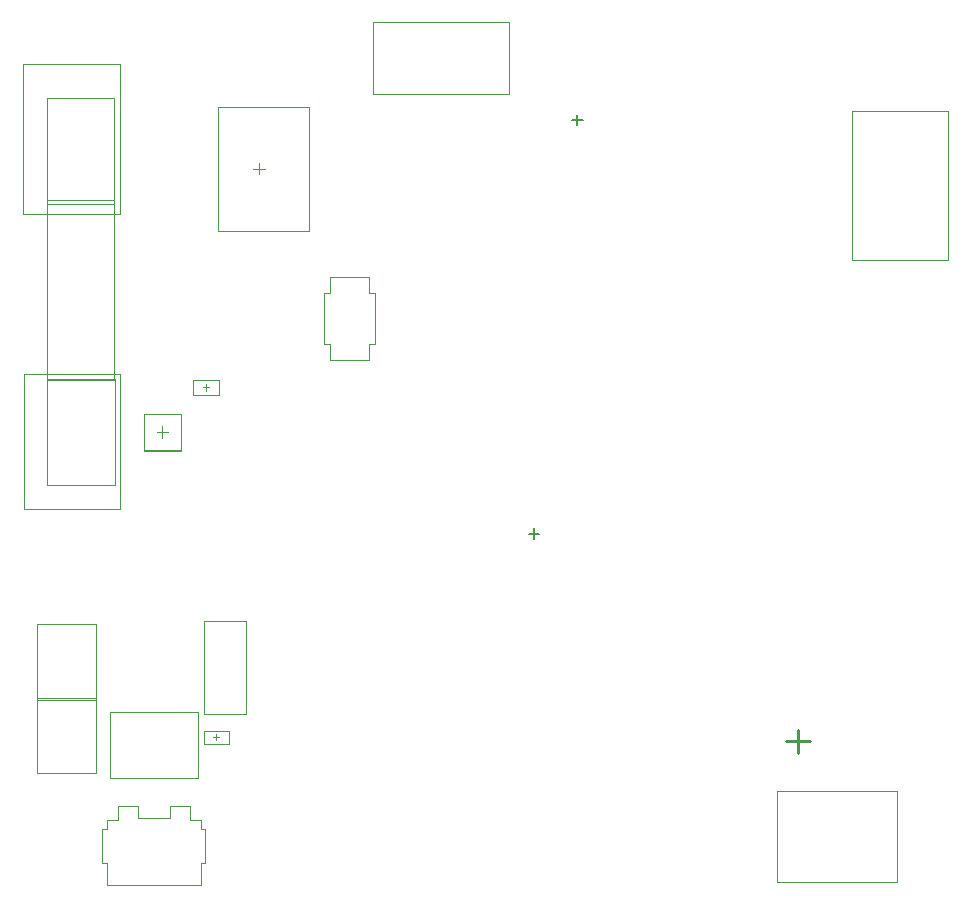
<source format=gbr>
%TF.GenerationSoftware,Altium Limited,Altium Designer,23.1.1 (15)*%
G04 Layer_Color=32768*
%FSLAX45Y45*%
%MOMM*%
%TF.SameCoordinates,8C37DE4A-61E0-4A85-99FC-D0A1A2E6B02F*%
%TF.FilePolarity,Positive*%
%TF.FileFunction,Other,Mechanical_15*%
%TF.Part,Single*%
G01*
G75*
%TA.AperFunction,NonConductor*%
%ADD138C,0.25400*%
%ADD141C,0.12700*%
%ADD148C,0.10000*%
%ADD250C,0.05000*%
D138*
X6273383Y1068993D02*
X6473383D01*
X6373383Y968992D02*
Y1168993D01*
D141*
X4507911Y6329662D02*
X4551091D01*
X4464731D02*
X4507911D01*
Y6372842D01*
Y6286482D02*
Y6329662D01*
X4137911Y2786482D02*
Y2829662D01*
Y2872842D01*
X4094731Y2829662D02*
X4137911D01*
X4181091D01*
D148*
X994160Y3637140D02*
Y3737140D01*
X944160Y3687140D02*
X1044160D01*
X994660Y3639680D02*
Y3739680D01*
X944660Y3689680D02*
X1044660D01*
X1449700Y1077400D02*
Y1132400D01*
X1422200Y1104900D02*
X1477200D01*
X1336480Y4066540D02*
X1391480D01*
X1363980Y4039040D02*
Y4094040D01*
X1813191Y5869942D02*
Y5969942D01*
X1763191Y5919942D02*
X1863191D01*
X1460691Y5394942D02*
X2233191D01*
X1460691Y6444942D02*
X2233191D01*
Y5394942D02*
Y6444942D01*
X1460691Y5394942D02*
Y6444942D01*
D250*
X838160Y3842140D02*
X1150160D01*
X838160Y3532140D02*
X1150160D01*
X838160D02*
Y3842140D01*
X1150160Y3532140D02*
Y3842140D01*
X838660Y3844680D02*
X1150660D01*
X838660Y3534680D02*
X1150660D01*
Y3844680D01*
X838660Y3534680D02*
Y3844680D01*
X1344700Y1049900D02*
X1554700D01*
X1344700Y1159900D02*
X1554700D01*
X1344700Y1049900D02*
Y1159900D01*
X1554700Y1049900D02*
Y1159900D01*
X551500Y761400D02*
Y1321400D01*
X1293500Y761400D02*
Y1321400D01*
X551500Y761400D02*
X1293500D01*
X551500Y1321400D02*
X1293500D01*
X1349400Y2087720D02*
X1702400D01*
X1349400Y1305720D02*
X1702400D01*
Y2087720D01*
X1349400Y1305720D02*
Y2087720D01*
X7645840Y5142000D02*
Y6411000D01*
X6831840D02*
X7645840D01*
X6831840Y5142000D02*
X7645840D01*
X6831840D02*
Y6411000D01*
X1253980Y4006540D02*
Y4126540D01*
X1473980Y4006540D02*
Y4126540D01*
X1253980Y4006540D02*
X1473980D01*
X1253980Y4126540D02*
X1473980D01*
X2780300Y7162700D02*
X3925300D01*
X2780300Y6552700D02*
Y7162700D01*
Y6552700D02*
X3925300D01*
Y7162700D01*
X589940Y3240580D02*
Y4135580D01*
X19940Y3240580D02*
X589940D01*
X19940D02*
Y4135580D01*
X589940D01*
X521380Y-147120D02*
Y40380D01*
X486380D02*
X521380D01*
X486380D02*
Y327880D01*
X521380D01*
Y402880D01*
X613880D01*
Y522880D01*
X783880D01*
Y422880D02*
Y522880D01*
Y422880D02*
X1058880D01*
Y522880D01*
X1228880D01*
Y402880D02*
Y522880D01*
Y402880D02*
X1321380D01*
Y327880D02*
Y402880D01*
Y327880D02*
X1356380D01*
Y40380D02*
Y327880D01*
X1321380Y40380D02*
X1356380D01*
X1321380Y-147120D02*
Y40380D01*
X521380Y-147120D02*
X1321380D01*
X-182740Y5534160D02*
Y6803160D01*
Y5534160D02*
X631260D01*
X-182740Y6803160D02*
X631260D01*
Y5534160D02*
Y6803160D01*
X631940Y3038880D02*
Y4182880D01*
X-182060D02*
X631940D01*
X-182060Y3038880D02*
X631940D01*
X-182060D02*
Y4182880D01*
X-64340Y798540D02*
Y1438540D01*
X435660D01*
Y798540D02*
Y1438540D01*
X-64340Y798540D02*
X435660D01*
X-66880Y1423380D02*
X433120D01*
Y2063380D01*
X-66880D02*
X433120D01*
X-66880Y1423380D02*
Y2063380D01*
X584860Y4129420D02*
Y5649420D01*
X14860Y4129420D02*
X584860D01*
X14860D02*
Y5649420D01*
X584860D01*
X14860Y6518100D02*
X584860D01*
X14860Y5623100D02*
Y6518100D01*
Y5623100D02*
X584860D01*
Y6518100D01*
X2746900Y4864600D02*
Y5004600D01*
Y4864600D02*
X2791900D01*
Y4434600D02*
Y4864600D01*
X2746900Y4434600D02*
X2791900D01*
X2746900Y4294600D02*
Y4434600D01*
X2408900Y4294600D02*
X2746900D01*
X2408900D02*
Y4434600D01*
X2363900D02*
X2408900D01*
X2363900D02*
Y4864600D01*
X2408900D01*
Y5004600D01*
X2746900D01*
X6196000Y650000D02*
X7210000D01*
Y-125000D02*
Y650000D01*
X6196000Y-125000D02*
X7210000D01*
X6196000D02*
Y650000D01*
%TF.MD5,56b99e50c0e69f2e32e8091e39b1875f*%
M02*

</source>
